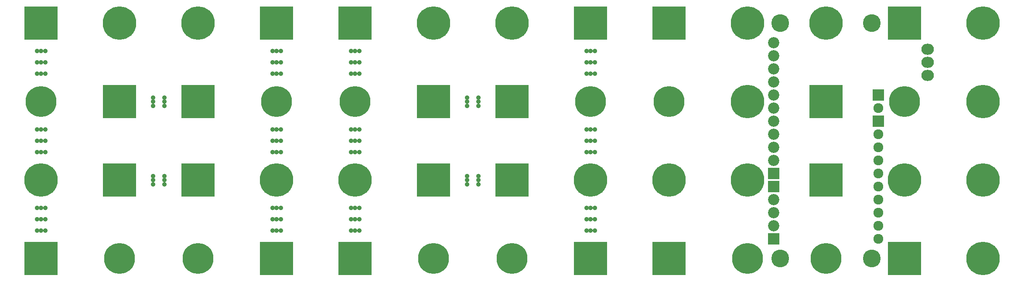
<source format=gbs>
%TF.GenerationSoftware,KiCad,Pcbnew,4.0.6-e0-6349~53~ubuntu16.04.1*%
%TF.CreationDate,2017-04-03T15:34:48+05:30*%
%TF.ProjectId,ultim_bus,756C74696D5F6275732E6B696361645F,rev?*%
%TF.FileFunction,Soldermask,Bot*%
%FSLAX46Y46*%
G04 Gerber Fmt 4.6, Leading zero omitted, Abs format (unit mm)*
G04 Created by KiCad (PCBNEW 4.0.6-e0-6349~53~ubuntu16.04.1) date Mon Apr  3 15:34:48 2017*
%MOMM*%
%LPD*%
G01*
G04 APERTURE LIST*
%ADD10C,0.101600*%
%ADD11C,0.900000*%
%ADD12C,6.496000*%
%ADD13R,6.496000X6.496000*%
%ADD14C,6.000000*%
%ADD15O,2.432000X2.127200*%
%ADD16C,2.178000*%
%ADD17R,2.178000X2.178000*%
%ADD18C,1.924000*%
%ADD19C,3.448000*%
G04 APERTURE END LIST*
D10*
D11*
X118280000Y-60960000D03*
X120480000Y-60960000D03*
X118280000Y-60160000D03*
X118280000Y-61760000D03*
X120480000Y-61760000D03*
X120480000Y-60160000D03*
D12*
X96520000Y-60960000D03*
X203200000Y-60960000D03*
X218440000Y-60960000D03*
X157480000Y-60960000D03*
X142240000Y-60960000D03*
X81280000Y-60960000D03*
X35560000Y-60960000D03*
D11*
X57320000Y-60960000D03*
X59520000Y-60960000D03*
X57320000Y-60160000D03*
X57320000Y-61760000D03*
X59520000Y-61760000D03*
X59520000Y-60160000D03*
X118280000Y-45720000D03*
X120480000Y-45720000D03*
X118280000Y-44920000D03*
X118280000Y-46520000D03*
X120480000Y-46520000D03*
X120480000Y-44920000D03*
X57320000Y-45720000D03*
X59520000Y-45720000D03*
X57320000Y-44920000D03*
X57320000Y-46520000D03*
X59520000Y-46520000D03*
X59520000Y-44920000D03*
D12*
X218440000Y-76200000D03*
X50800000Y-30480000D03*
X66040000Y-30480000D03*
X111760000Y-30480000D03*
X127000000Y-30480000D03*
X172720000Y-30480000D03*
X187960000Y-30480000D03*
X218440000Y-30480000D03*
X218440000Y-45720000D03*
D13*
X35560000Y-30480000D03*
X81280000Y-30480000D03*
X96520000Y-30480000D03*
X142240000Y-30480000D03*
X157480000Y-30480000D03*
X203200000Y-30480000D03*
X50800000Y-60960000D03*
X66040000Y-60960000D03*
X111760000Y-60960000D03*
X127000000Y-60960000D03*
D12*
X172720000Y-60960000D03*
D13*
X187960000Y-60960000D03*
D14*
X35560000Y-45720000D03*
D13*
X50800000Y-45720000D03*
X66040000Y-45720000D03*
D14*
X81280000Y-45720000D03*
X96520000Y-45720000D03*
D13*
X111760000Y-45720000D03*
X127000000Y-45720000D03*
D14*
X142240000Y-45720000D03*
X157480000Y-45720000D03*
D12*
X172720000Y-45720000D03*
D13*
X187960000Y-45720000D03*
D14*
X203200000Y-45720000D03*
D13*
X35560000Y-76200000D03*
D14*
X50800000Y-76200000D03*
X66040000Y-76200000D03*
D13*
X81280000Y-76200000D03*
X96520000Y-76200000D03*
D14*
X111760000Y-76200000D03*
X127000000Y-76200000D03*
D13*
X142240000Y-76200000D03*
X157480000Y-76200000D03*
D14*
X172720000Y-76200000D03*
X187960000Y-76200000D03*
D13*
X203200000Y-76200000D03*
D11*
X35560000Y-35900000D03*
X35560000Y-40300000D03*
X36360000Y-35900000D03*
X34760000Y-35900000D03*
X34760000Y-40300000D03*
X36360000Y-40300000D03*
X35560000Y-38100000D03*
X36360000Y-38100000D03*
X34760000Y-38100000D03*
X81280000Y-35900000D03*
X81280000Y-40300000D03*
X82080000Y-35900000D03*
X80480000Y-35900000D03*
X80480000Y-40300000D03*
X82080000Y-40300000D03*
X81280000Y-38100000D03*
X82080000Y-38100000D03*
X80480000Y-38100000D03*
X35560000Y-51140000D03*
X35560000Y-55540000D03*
X36360000Y-51140000D03*
X34760000Y-51140000D03*
X34760000Y-55540000D03*
X36360000Y-55540000D03*
X35560000Y-53340000D03*
X36360000Y-53340000D03*
X34760000Y-53340000D03*
X81280000Y-51140000D03*
X81280000Y-55540000D03*
X82080000Y-51140000D03*
X80480000Y-51140000D03*
X80480000Y-55540000D03*
X82080000Y-55540000D03*
X81280000Y-53340000D03*
X82080000Y-53340000D03*
X80480000Y-53340000D03*
X35560000Y-66380000D03*
X35560000Y-70780000D03*
X36360000Y-66380000D03*
X34760000Y-66380000D03*
X34760000Y-70780000D03*
X36360000Y-70780000D03*
X35560000Y-68580000D03*
X36360000Y-68580000D03*
X34760000Y-68580000D03*
X81280000Y-66380000D03*
X81280000Y-70780000D03*
X82080000Y-66380000D03*
X80480000Y-66380000D03*
X80480000Y-70780000D03*
X82080000Y-70780000D03*
X81280000Y-68580000D03*
X82080000Y-68580000D03*
X80480000Y-68580000D03*
D15*
X207645000Y-40640000D03*
X207645000Y-38100000D03*
X207645000Y-35560000D03*
D11*
X96520000Y-35900000D03*
X96520000Y-40300000D03*
X97320000Y-35900000D03*
X95720000Y-35900000D03*
X95720000Y-40300000D03*
X97320000Y-40300000D03*
X96520000Y-38100000D03*
X97320000Y-38100000D03*
X95720000Y-38100000D03*
X142240000Y-35900000D03*
X142240000Y-40300000D03*
X143040000Y-35900000D03*
X141440000Y-35900000D03*
X141440000Y-40300000D03*
X143040000Y-40300000D03*
X142240000Y-38100000D03*
X143040000Y-38100000D03*
X141440000Y-38100000D03*
X96520000Y-51140000D03*
X96520000Y-55540000D03*
X97320000Y-51140000D03*
X95720000Y-51140000D03*
X95720000Y-55540000D03*
X97320000Y-55540000D03*
X96520000Y-53340000D03*
X97320000Y-53340000D03*
X95720000Y-53340000D03*
X142240000Y-51140000D03*
X142240000Y-55540000D03*
X143040000Y-51140000D03*
X141440000Y-51140000D03*
X141440000Y-55540000D03*
X143040000Y-55540000D03*
X142240000Y-53340000D03*
X143040000Y-53340000D03*
X141440000Y-53340000D03*
X96520000Y-66380000D03*
X96520000Y-70780000D03*
X97320000Y-66380000D03*
X95720000Y-66380000D03*
X95720000Y-70780000D03*
X97320000Y-70780000D03*
X96520000Y-68580000D03*
X97320000Y-68580000D03*
X95720000Y-68580000D03*
X142240000Y-66380000D03*
X142240000Y-70780000D03*
X143040000Y-66380000D03*
X141440000Y-66380000D03*
X141440000Y-70780000D03*
X143040000Y-70780000D03*
X142240000Y-68580000D03*
X143040000Y-68580000D03*
X141440000Y-68580000D03*
D16*
X177800000Y-41910000D03*
D17*
X198120000Y-44450000D03*
X198120000Y-49530000D03*
X177800000Y-59690000D03*
X177800000Y-62230000D03*
D16*
X177800000Y-34290000D03*
X177800000Y-36830000D03*
X177800000Y-39370000D03*
X177800000Y-44450000D03*
X177800000Y-46990000D03*
X177800000Y-49530000D03*
X177800000Y-52070000D03*
X177800000Y-54610000D03*
X177800000Y-57150000D03*
X177800000Y-64770000D03*
X177800000Y-67310000D03*
X177800000Y-69850000D03*
D17*
X177800000Y-72390000D03*
D18*
X198120000Y-72390000D03*
X198120000Y-69850000D03*
X198120000Y-67310000D03*
X198120000Y-64770000D03*
X198120000Y-62230000D03*
X198120000Y-59690000D03*
X198120000Y-57150000D03*
X198120000Y-54610000D03*
X198120000Y-52070000D03*
X198120000Y-46990000D03*
D19*
X179070000Y-30480000D03*
X179070000Y-76200000D03*
X196850000Y-76200000D03*
X196850000Y-30480000D03*
M02*

</source>
